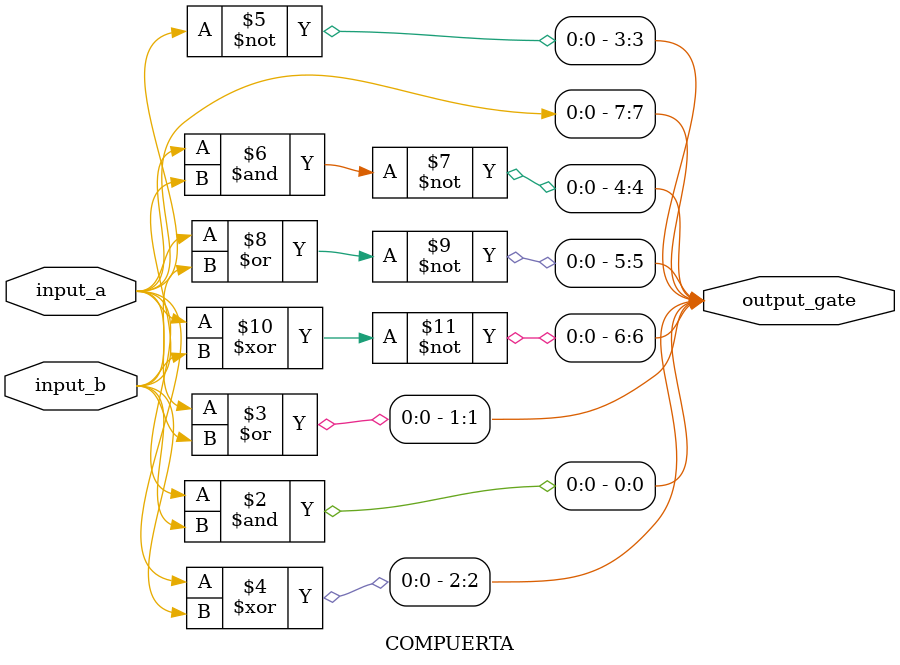
<source format=v>
module COMPUERTA(
	input input_a, input_b,
	output reg [7:0] output_gate
);

always @(*)
begin
	output_gate [0] = input_a & input_b; //AND
	output_gate [1] = input_a | input_b; //OR
	output_gate [2] = input_a ^ input_b; //XOR
	output_gate [3] = ~input_a; //NOT
	output_gate [4] = ~(input_a & input_b); //NAND
	output_gate [5] = ~(input_a | input_b); //XNOR
	output_gate [6] = ~(input_a ^ input_b);
	output_gate [7] = input_a; //YES
	
end

endmodule
</source>
